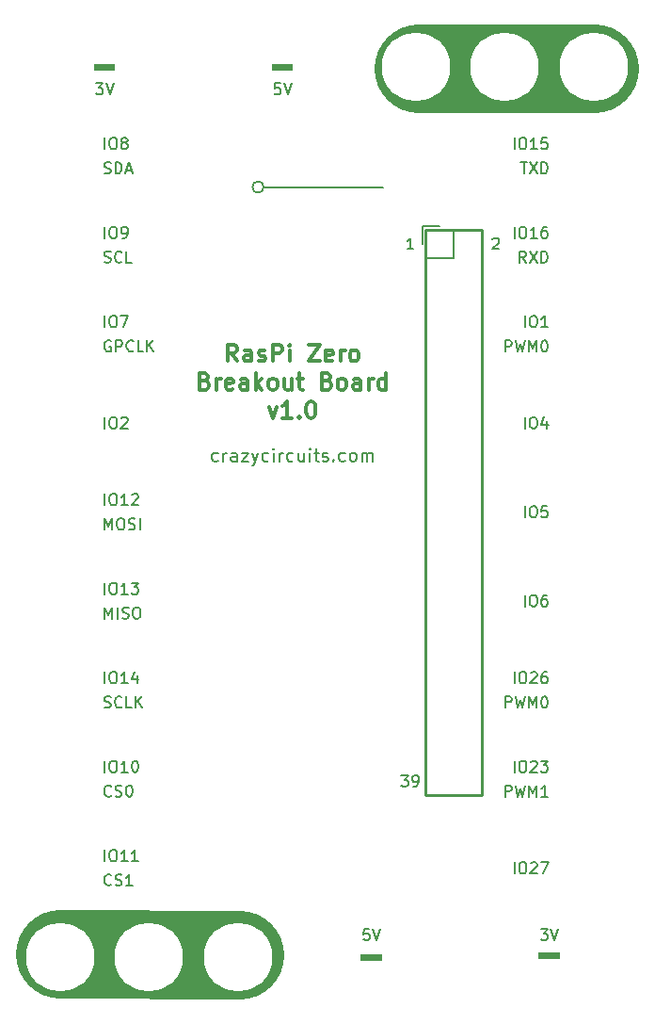
<source format=gto>
%TF.GenerationSoftware,KiCad,Pcbnew,4.0.7-e2-6376~58~ubuntu16.04.1*%
%TF.CreationDate,2018-05-12T15:05:11-07:00*%
%TF.ProjectId,7x11-RasPi-Zero-Breakout,377831312D52617350692D5A65726F2D,1.0*%
%TF.FileFunction,Legend,Top*%
%FSLAX46Y46*%
G04 Gerber Fmt 4.6, Leading zero omitted, Abs format (unit mm)*
G04 Created by KiCad (PCBNEW 4.0.7-e2-6376~58~ubuntu16.04.1) date Sat May 12 15:05:11 2018*
%MOMM*%
%LPD*%
G01*
G04 APERTURE LIST*
%ADD10C,0.350000*%
%ADD11C,0.177800*%
%ADD12C,0.300000*%
%ADD13C,0.152400*%
%ADD14C,8.000000*%
%ADD15C,0.600000*%
%ADD16C,0.254000*%
%ADD17C,0.150000*%
%ADD18C,6.152400*%
%ADD19R,1.879600X1.879600*%
%ADD20O,1.879600X1.879600*%
G04 APERTURE END LIST*
D10*
D11*
X23504072Y-76408643D02*
X23395215Y-76463071D01*
X23177501Y-76463071D01*
X23068643Y-76408643D01*
X23014215Y-76354214D01*
X22959786Y-76245357D01*
X22959786Y-75918786D01*
X23014215Y-75809929D01*
X23068643Y-75755500D01*
X23177501Y-75701071D01*
X23395215Y-75701071D01*
X23504072Y-75755500D01*
X23993929Y-76463071D02*
X23993929Y-75701071D01*
X23993929Y-75918786D02*
X24048357Y-75809929D01*
X24102786Y-75755500D01*
X24211643Y-75701071D01*
X24320500Y-75701071D01*
X25191357Y-76463071D02*
X25191357Y-75864357D01*
X25136928Y-75755500D01*
X25028071Y-75701071D01*
X24810357Y-75701071D01*
X24701500Y-75755500D01*
X25191357Y-76408643D02*
X25082500Y-76463071D01*
X24810357Y-76463071D01*
X24701500Y-76408643D01*
X24647071Y-76299786D01*
X24647071Y-76190929D01*
X24701500Y-76082071D01*
X24810357Y-76027643D01*
X25082500Y-76027643D01*
X25191357Y-75973214D01*
X25626786Y-75701071D02*
X26225500Y-75701071D01*
X25626786Y-76463071D01*
X26225500Y-76463071D01*
X26552072Y-75701071D02*
X26824215Y-76463071D01*
X27096357Y-75701071D02*
X26824215Y-76463071D01*
X26715357Y-76735214D01*
X26660929Y-76789643D01*
X26552072Y-76844071D01*
X28021643Y-76408643D02*
X27912786Y-76463071D01*
X27695072Y-76463071D01*
X27586214Y-76408643D01*
X27531786Y-76354214D01*
X27477357Y-76245357D01*
X27477357Y-75918786D01*
X27531786Y-75809929D01*
X27586214Y-75755500D01*
X27695072Y-75701071D01*
X27912786Y-75701071D01*
X28021643Y-75755500D01*
X28511500Y-76463071D02*
X28511500Y-75701071D01*
X28511500Y-75320071D02*
X28457071Y-75374500D01*
X28511500Y-75428929D01*
X28565928Y-75374500D01*
X28511500Y-75320071D01*
X28511500Y-75428929D01*
X29055786Y-76463071D02*
X29055786Y-75701071D01*
X29055786Y-75918786D02*
X29110214Y-75809929D01*
X29164643Y-75755500D01*
X29273500Y-75701071D01*
X29382357Y-75701071D01*
X30253214Y-76408643D02*
X30144357Y-76463071D01*
X29926643Y-76463071D01*
X29817785Y-76408643D01*
X29763357Y-76354214D01*
X29708928Y-76245357D01*
X29708928Y-75918786D01*
X29763357Y-75809929D01*
X29817785Y-75755500D01*
X29926643Y-75701071D01*
X30144357Y-75701071D01*
X30253214Y-75755500D01*
X31232928Y-75701071D02*
X31232928Y-76463071D01*
X30743071Y-75701071D02*
X30743071Y-76299786D01*
X30797499Y-76408643D01*
X30906357Y-76463071D01*
X31069642Y-76463071D01*
X31178499Y-76408643D01*
X31232928Y-76354214D01*
X31777214Y-76463071D02*
X31777214Y-75701071D01*
X31777214Y-75320071D02*
X31722785Y-75374500D01*
X31777214Y-75428929D01*
X31831642Y-75374500D01*
X31777214Y-75320071D01*
X31777214Y-75428929D01*
X32158214Y-75701071D02*
X32593643Y-75701071D01*
X32321500Y-75320071D02*
X32321500Y-76299786D01*
X32375928Y-76408643D01*
X32484786Y-76463071D01*
X32593643Y-76463071D01*
X32920214Y-76408643D02*
X33029071Y-76463071D01*
X33246786Y-76463071D01*
X33355643Y-76408643D01*
X33410071Y-76299786D01*
X33410071Y-76245357D01*
X33355643Y-76136500D01*
X33246786Y-76082071D01*
X33083500Y-76082071D01*
X32974643Y-76027643D01*
X32920214Y-75918786D01*
X32920214Y-75864357D01*
X32974643Y-75755500D01*
X33083500Y-75701071D01*
X33246786Y-75701071D01*
X33355643Y-75755500D01*
X33899929Y-76354214D02*
X33954357Y-76408643D01*
X33899929Y-76463071D01*
X33845500Y-76408643D01*
X33899929Y-76354214D01*
X33899929Y-76463071D01*
X34934072Y-76408643D02*
X34825215Y-76463071D01*
X34607501Y-76463071D01*
X34498643Y-76408643D01*
X34444215Y-76354214D01*
X34389786Y-76245357D01*
X34389786Y-75918786D01*
X34444215Y-75809929D01*
X34498643Y-75755500D01*
X34607501Y-75701071D01*
X34825215Y-75701071D01*
X34934072Y-75755500D01*
X35587215Y-76463071D02*
X35478357Y-76408643D01*
X35423929Y-76354214D01*
X35369500Y-76245357D01*
X35369500Y-75918786D01*
X35423929Y-75809929D01*
X35478357Y-75755500D01*
X35587215Y-75701071D01*
X35750500Y-75701071D01*
X35859357Y-75755500D01*
X35913786Y-75809929D01*
X35968215Y-75918786D01*
X35968215Y-76245357D01*
X35913786Y-76354214D01*
X35859357Y-76408643D01*
X35750500Y-76463071D01*
X35587215Y-76463071D01*
X36458072Y-76463071D02*
X36458072Y-75701071D01*
X36458072Y-75809929D02*
X36512500Y-75755500D01*
X36621358Y-75701071D01*
X36784643Y-75701071D01*
X36893500Y-75755500D01*
X36947929Y-75864357D01*
X36947929Y-76463071D01*
X36947929Y-75864357D02*
X37002358Y-75755500D01*
X37111215Y-75701071D01*
X37274500Y-75701071D01*
X37383358Y-75755500D01*
X37437786Y-75864357D01*
X37437786Y-76463071D01*
D12*
X25226001Y-67470571D02*
X24726001Y-66756286D01*
X24368858Y-67470571D02*
X24368858Y-65970571D01*
X24940286Y-65970571D01*
X25083144Y-66042000D01*
X25154572Y-66113429D01*
X25226001Y-66256286D01*
X25226001Y-66470571D01*
X25154572Y-66613429D01*
X25083144Y-66684857D01*
X24940286Y-66756286D01*
X24368858Y-66756286D01*
X26511715Y-67470571D02*
X26511715Y-66684857D01*
X26440286Y-66542000D01*
X26297429Y-66470571D01*
X26011715Y-66470571D01*
X25868858Y-66542000D01*
X26511715Y-67399143D02*
X26368858Y-67470571D01*
X26011715Y-67470571D01*
X25868858Y-67399143D01*
X25797429Y-67256286D01*
X25797429Y-67113429D01*
X25868858Y-66970571D01*
X26011715Y-66899143D01*
X26368858Y-66899143D01*
X26511715Y-66827714D01*
X27154572Y-67399143D02*
X27297429Y-67470571D01*
X27583144Y-67470571D01*
X27726001Y-67399143D01*
X27797429Y-67256286D01*
X27797429Y-67184857D01*
X27726001Y-67042000D01*
X27583144Y-66970571D01*
X27368858Y-66970571D01*
X27226001Y-66899143D01*
X27154572Y-66756286D01*
X27154572Y-66684857D01*
X27226001Y-66542000D01*
X27368858Y-66470571D01*
X27583144Y-66470571D01*
X27726001Y-66542000D01*
X28440287Y-67470571D02*
X28440287Y-65970571D01*
X29011715Y-65970571D01*
X29154573Y-66042000D01*
X29226001Y-66113429D01*
X29297430Y-66256286D01*
X29297430Y-66470571D01*
X29226001Y-66613429D01*
X29154573Y-66684857D01*
X29011715Y-66756286D01*
X28440287Y-66756286D01*
X29940287Y-67470571D02*
X29940287Y-66470571D01*
X29940287Y-65970571D02*
X29868858Y-66042000D01*
X29940287Y-66113429D01*
X30011715Y-66042000D01*
X29940287Y-65970571D01*
X29940287Y-66113429D01*
X31654573Y-65970571D02*
X32654573Y-65970571D01*
X31654573Y-67470571D01*
X32654573Y-67470571D01*
X33797429Y-67399143D02*
X33654572Y-67470571D01*
X33368858Y-67470571D01*
X33226001Y-67399143D01*
X33154572Y-67256286D01*
X33154572Y-66684857D01*
X33226001Y-66542000D01*
X33368858Y-66470571D01*
X33654572Y-66470571D01*
X33797429Y-66542000D01*
X33868858Y-66684857D01*
X33868858Y-66827714D01*
X33154572Y-66970571D01*
X34511715Y-67470571D02*
X34511715Y-66470571D01*
X34511715Y-66756286D02*
X34583143Y-66613429D01*
X34654572Y-66542000D01*
X34797429Y-66470571D01*
X34940286Y-66470571D01*
X35654572Y-67470571D02*
X35511714Y-67399143D01*
X35440286Y-67327714D01*
X35368857Y-67184857D01*
X35368857Y-66756286D01*
X35440286Y-66613429D01*
X35511714Y-66542000D01*
X35654572Y-66470571D01*
X35868857Y-66470571D01*
X36011714Y-66542000D01*
X36083143Y-66613429D01*
X36154572Y-66756286D01*
X36154572Y-67184857D01*
X36083143Y-67327714D01*
X36011714Y-67399143D01*
X35868857Y-67470571D01*
X35654572Y-67470571D01*
X22333143Y-69234857D02*
X22547429Y-69306286D01*
X22618857Y-69377714D01*
X22690286Y-69520571D01*
X22690286Y-69734857D01*
X22618857Y-69877714D01*
X22547429Y-69949143D01*
X22404571Y-70020571D01*
X21833143Y-70020571D01*
X21833143Y-68520571D01*
X22333143Y-68520571D01*
X22476000Y-68592000D01*
X22547429Y-68663429D01*
X22618857Y-68806286D01*
X22618857Y-68949143D01*
X22547429Y-69092000D01*
X22476000Y-69163429D01*
X22333143Y-69234857D01*
X21833143Y-69234857D01*
X23333143Y-70020571D02*
X23333143Y-69020571D01*
X23333143Y-69306286D02*
X23404571Y-69163429D01*
X23476000Y-69092000D01*
X23618857Y-69020571D01*
X23761714Y-69020571D01*
X24833142Y-69949143D02*
X24690285Y-70020571D01*
X24404571Y-70020571D01*
X24261714Y-69949143D01*
X24190285Y-69806286D01*
X24190285Y-69234857D01*
X24261714Y-69092000D01*
X24404571Y-69020571D01*
X24690285Y-69020571D01*
X24833142Y-69092000D01*
X24904571Y-69234857D01*
X24904571Y-69377714D01*
X24190285Y-69520571D01*
X26190285Y-70020571D02*
X26190285Y-69234857D01*
X26118856Y-69092000D01*
X25975999Y-69020571D01*
X25690285Y-69020571D01*
X25547428Y-69092000D01*
X26190285Y-69949143D02*
X26047428Y-70020571D01*
X25690285Y-70020571D01*
X25547428Y-69949143D01*
X25475999Y-69806286D01*
X25475999Y-69663429D01*
X25547428Y-69520571D01*
X25690285Y-69449143D01*
X26047428Y-69449143D01*
X26190285Y-69377714D01*
X26904571Y-70020571D02*
X26904571Y-68520571D01*
X27047428Y-69449143D02*
X27475999Y-70020571D01*
X27475999Y-69020571D02*
X26904571Y-69592000D01*
X28333143Y-70020571D02*
X28190285Y-69949143D01*
X28118857Y-69877714D01*
X28047428Y-69734857D01*
X28047428Y-69306286D01*
X28118857Y-69163429D01*
X28190285Y-69092000D01*
X28333143Y-69020571D01*
X28547428Y-69020571D01*
X28690285Y-69092000D01*
X28761714Y-69163429D01*
X28833143Y-69306286D01*
X28833143Y-69734857D01*
X28761714Y-69877714D01*
X28690285Y-69949143D01*
X28547428Y-70020571D01*
X28333143Y-70020571D01*
X30118857Y-69020571D02*
X30118857Y-70020571D01*
X29476000Y-69020571D02*
X29476000Y-69806286D01*
X29547428Y-69949143D01*
X29690286Y-70020571D01*
X29904571Y-70020571D01*
X30047428Y-69949143D01*
X30118857Y-69877714D01*
X30618857Y-69020571D02*
X31190286Y-69020571D01*
X30833143Y-68520571D02*
X30833143Y-69806286D01*
X30904571Y-69949143D01*
X31047429Y-70020571D01*
X31190286Y-70020571D01*
X33333143Y-69234857D02*
X33547429Y-69306286D01*
X33618857Y-69377714D01*
X33690286Y-69520571D01*
X33690286Y-69734857D01*
X33618857Y-69877714D01*
X33547429Y-69949143D01*
X33404571Y-70020571D01*
X32833143Y-70020571D01*
X32833143Y-68520571D01*
X33333143Y-68520571D01*
X33476000Y-68592000D01*
X33547429Y-68663429D01*
X33618857Y-68806286D01*
X33618857Y-68949143D01*
X33547429Y-69092000D01*
X33476000Y-69163429D01*
X33333143Y-69234857D01*
X32833143Y-69234857D01*
X34547429Y-70020571D02*
X34404571Y-69949143D01*
X34333143Y-69877714D01*
X34261714Y-69734857D01*
X34261714Y-69306286D01*
X34333143Y-69163429D01*
X34404571Y-69092000D01*
X34547429Y-69020571D01*
X34761714Y-69020571D01*
X34904571Y-69092000D01*
X34976000Y-69163429D01*
X35047429Y-69306286D01*
X35047429Y-69734857D01*
X34976000Y-69877714D01*
X34904571Y-69949143D01*
X34761714Y-70020571D01*
X34547429Y-70020571D01*
X36333143Y-70020571D02*
X36333143Y-69234857D01*
X36261714Y-69092000D01*
X36118857Y-69020571D01*
X35833143Y-69020571D01*
X35690286Y-69092000D01*
X36333143Y-69949143D02*
X36190286Y-70020571D01*
X35833143Y-70020571D01*
X35690286Y-69949143D01*
X35618857Y-69806286D01*
X35618857Y-69663429D01*
X35690286Y-69520571D01*
X35833143Y-69449143D01*
X36190286Y-69449143D01*
X36333143Y-69377714D01*
X37047429Y-70020571D02*
X37047429Y-69020571D01*
X37047429Y-69306286D02*
X37118857Y-69163429D01*
X37190286Y-69092000D01*
X37333143Y-69020571D01*
X37476000Y-69020571D01*
X38618857Y-70020571D02*
X38618857Y-68520571D01*
X38618857Y-69949143D02*
X38476000Y-70020571D01*
X38190286Y-70020571D01*
X38047428Y-69949143D01*
X37976000Y-69877714D01*
X37904571Y-69734857D01*
X37904571Y-69306286D01*
X37976000Y-69163429D01*
X38047428Y-69092000D01*
X38190286Y-69020571D01*
X38476000Y-69020571D01*
X38618857Y-69092000D01*
X28083144Y-71570571D02*
X28440287Y-72570571D01*
X28797429Y-71570571D01*
X30154572Y-72570571D02*
X29297429Y-72570571D01*
X29726001Y-72570571D02*
X29726001Y-71070571D01*
X29583144Y-71284857D01*
X29440286Y-71427714D01*
X29297429Y-71499143D01*
X30797429Y-72427714D02*
X30868857Y-72499143D01*
X30797429Y-72570571D01*
X30726000Y-72499143D01*
X30797429Y-72427714D01*
X30797429Y-72570571D01*
X31797429Y-71070571D02*
X31940286Y-71070571D01*
X32083143Y-71142000D01*
X32154572Y-71213429D01*
X32226001Y-71356286D01*
X32297429Y-71642000D01*
X32297429Y-71999143D01*
X32226001Y-72284857D01*
X32154572Y-72427714D01*
X32083143Y-72499143D01*
X31940286Y-72570571D01*
X31797429Y-72570571D01*
X31654572Y-72499143D01*
X31583143Y-72427714D01*
X31511715Y-72284857D01*
X31440286Y-71999143D01*
X31440286Y-71642000D01*
X31511715Y-71356286D01*
X31583143Y-71213429D01*
X31654572Y-71142000D01*
X31797429Y-71070571D01*
D13*
X27686000Y-51816000D02*
X38354000Y-51816000D01*
X27623433Y-51816000D02*
G75*
G03X27623433Y-51816000I-508933J0D01*
G01*
D14*
X25504000Y-120846000D02*
X9300000Y-120796000D01*
D15*
X33104000Y-121046000D02*
X41404000Y-121046000D01*
X8804000Y-41046000D02*
X17404000Y-41046000D01*
X49404000Y-120846000D02*
X57504000Y-120846000D01*
D16*
X47241162Y-106473394D02*
X42161162Y-106473394D01*
X42161162Y-106473394D02*
X42161162Y-55673394D01*
X42161162Y-55673394D02*
X47241162Y-55673394D01*
X47241162Y-55673394D02*
X47241162Y-106473394D01*
D17*
X47244000Y-106426000D02*
X47244000Y-55626000D01*
X42164000Y-58166000D02*
X42164000Y-106426000D01*
X47244000Y-106426000D02*
X42164000Y-106426000D01*
X47244000Y-55626000D02*
X44704000Y-55626000D01*
X43434000Y-55346000D02*
X41884000Y-55346000D01*
X44704000Y-55626000D02*
X44704000Y-58166000D01*
X44704000Y-58166000D02*
X42164000Y-58166000D01*
X41884000Y-55346000D02*
X41884000Y-56896000D01*
D15*
X24604000Y-41046000D02*
X33204000Y-41046000D01*
D14*
X41604000Y-41146000D02*
X57404000Y-41146000D01*
D17*
X41089715Y-57398381D02*
X40518286Y-57398381D01*
X40804000Y-57398381D02*
X40804000Y-56398381D01*
X40708762Y-56541238D01*
X40613524Y-56636476D01*
X40518286Y-56684095D01*
X13280191Y-50550762D02*
X13423048Y-50598381D01*
X13661144Y-50598381D01*
X13756382Y-50550762D01*
X13804001Y-50503143D01*
X13851620Y-50407905D01*
X13851620Y-50312667D01*
X13804001Y-50217429D01*
X13756382Y-50169810D01*
X13661144Y-50122190D01*
X13470667Y-50074571D01*
X13375429Y-50026952D01*
X13327810Y-49979333D01*
X13280191Y-49884095D01*
X13280191Y-49788857D01*
X13327810Y-49693619D01*
X13375429Y-49646000D01*
X13470667Y-49598381D01*
X13708763Y-49598381D01*
X13851620Y-49646000D01*
X14280191Y-50598381D02*
X14280191Y-49598381D01*
X14518286Y-49598381D01*
X14661144Y-49646000D01*
X14756382Y-49741238D01*
X14804001Y-49836476D01*
X14851620Y-50026952D01*
X14851620Y-50169810D01*
X14804001Y-50360286D01*
X14756382Y-50455524D01*
X14661144Y-50550762D01*
X14518286Y-50598381D01*
X14280191Y-50598381D01*
X15232572Y-50312667D02*
X15708763Y-50312667D01*
X15137334Y-50598381D02*
X15470667Y-49598381D01*
X15804001Y-50598381D01*
X13327810Y-48398381D02*
X13327810Y-47398381D01*
X13994476Y-47398381D02*
X14184953Y-47398381D01*
X14280191Y-47446000D01*
X14375429Y-47541238D01*
X14423048Y-47731714D01*
X14423048Y-48065048D01*
X14375429Y-48255524D01*
X14280191Y-48350762D01*
X14184953Y-48398381D01*
X13994476Y-48398381D01*
X13899238Y-48350762D01*
X13804000Y-48255524D01*
X13756381Y-48065048D01*
X13756381Y-47731714D01*
X13804000Y-47541238D01*
X13899238Y-47446000D01*
X13994476Y-47398381D01*
X14994476Y-47826952D02*
X14899238Y-47779333D01*
X14851619Y-47731714D01*
X14804000Y-47636476D01*
X14804000Y-47588857D01*
X14851619Y-47493619D01*
X14899238Y-47446000D01*
X14994476Y-47398381D01*
X15184953Y-47398381D01*
X15280191Y-47446000D01*
X15327810Y-47493619D01*
X15375429Y-47588857D01*
X15375429Y-47636476D01*
X15327810Y-47731714D01*
X15280191Y-47779333D01*
X15184953Y-47826952D01*
X14994476Y-47826952D01*
X14899238Y-47874571D01*
X14851619Y-47922190D01*
X14804000Y-48017429D01*
X14804000Y-48207905D01*
X14851619Y-48303143D01*
X14899238Y-48350762D01*
X14994476Y-48398381D01*
X15184953Y-48398381D01*
X15280191Y-48350762D01*
X15327810Y-48303143D01*
X15375429Y-48207905D01*
X15375429Y-48017429D01*
X15327810Y-47922190D01*
X15280191Y-47874571D01*
X15184953Y-47826952D01*
X12542095Y-42498381D02*
X13161143Y-42498381D01*
X12827809Y-42879333D01*
X12970667Y-42879333D01*
X13065905Y-42926952D01*
X13113524Y-42974571D01*
X13161143Y-43069810D01*
X13161143Y-43307905D01*
X13113524Y-43403143D01*
X13065905Y-43450762D01*
X12970667Y-43498381D01*
X12684952Y-43498381D01*
X12589714Y-43450762D01*
X12542095Y-43403143D01*
X13446857Y-42498381D02*
X13780190Y-43498381D01*
X14113524Y-42498381D01*
X29113524Y-42498381D02*
X28637333Y-42498381D01*
X28589714Y-42974571D01*
X28637333Y-42926952D01*
X28732571Y-42879333D01*
X28970667Y-42879333D01*
X29065905Y-42926952D01*
X29113524Y-42974571D01*
X29161143Y-43069810D01*
X29161143Y-43307905D01*
X29113524Y-43403143D01*
X29065905Y-43450762D01*
X28970667Y-43498381D01*
X28732571Y-43498381D01*
X28637333Y-43450762D01*
X28589714Y-43403143D01*
X29446857Y-42498381D02*
X29780190Y-43498381D01*
X30113524Y-42498381D01*
X52542095Y-118498381D02*
X53161143Y-118498381D01*
X52827809Y-118879333D01*
X52970667Y-118879333D01*
X53065905Y-118926952D01*
X53113524Y-118974571D01*
X53161143Y-119069810D01*
X53161143Y-119307905D01*
X53113524Y-119403143D01*
X53065905Y-119450762D01*
X52970667Y-119498381D01*
X52684952Y-119498381D01*
X52589714Y-119450762D01*
X52542095Y-119403143D01*
X53446857Y-118498381D02*
X53780190Y-119498381D01*
X54113524Y-118498381D01*
X13327810Y-56398381D02*
X13327810Y-55398381D01*
X13994476Y-55398381D02*
X14184953Y-55398381D01*
X14280191Y-55446000D01*
X14375429Y-55541238D01*
X14423048Y-55731714D01*
X14423048Y-56065048D01*
X14375429Y-56255524D01*
X14280191Y-56350762D01*
X14184953Y-56398381D01*
X13994476Y-56398381D01*
X13899238Y-56350762D01*
X13804000Y-56255524D01*
X13756381Y-56065048D01*
X13756381Y-55731714D01*
X13804000Y-55541238D01*
X13899238Y-55446000D01*
X13994476Y-55398381D01*
X14899238Y-56398381D02*
X15089714Y-56398381D01*
X15184953Y-56350762D01*
X15232572Y-56303143D01*
X15327810Y-56160286D01*
X15375429Y-55969810D01*
X15375429Y-55588857D01*
X15327810Y-55493619D01*
X15280191Y-55446000D01*
X15184953Y-55398381D01*
X14994476Y-55398381D01*
X14899238Y-55446000D01*
X14851619Y-55493619D01*
X14804000Y-55588857D01*
X14804000Y-55826952D01*
X14851619Y-55922190D01*
X14899238Y-55969810D01*
X14994476Y-56017429D01*
X15184953Y-56017429D01*
X15280191Y-55969810D01*
X15327810Y-55922190D01*
X15375429Y-55826952D01*
X13327810Y-64398381D02*
X13327810Y-63398381D01*
X13994476Y-63398381D02*
X14184953Y-63398381D01*
X14280191Y-63446000D01*
X14375429Y-63541238D01*
X14423048Y-63731714D01*
X14423048Y-64065048D01*
X14375429Y-64255524D01*
X14280191Y-64350762D01*
X14184953Y-64398381D01*
X13994476Y-64398381D01*
X13899238Y-64350762D01*
X13804000Y-64255524D01*
X13756381Y-64065048D01*
X13756381Y-63731714D01*
X13804000Y-63541238D01*
X13899238Y-63446000D01*
X13994476Y-63398381D01*
X14756381Y-63398381D02*
X15423048Y-63398381D01*
X14994476Y-64398381D01*
X13327810Y-73498381D02*
X13327810Y-72498381D01*
X13994476Y-72498381D02*
X14184953Y-72498381D01*
X14280191Y-72546000D01*
X14375429Y-72641238D01*
X14423048Y-72831714D01*
X14423048Y-73165048D01*
X14375429Y-73355524D01*
X14280191Y-73450762D01*
X14184953Y-73498381D01*
X13994476Y-73498381D01*
X13899238Y-73450762D01*
X13804000Y-73355524D01*
X13756381Y-73165048D01*
X13756381Y-72831714D01*
X13804000Y-72641238D01*
X13899238Y-72546000D01*
X13994476Y-72498381D01*
X14804000Y-72593619D02*
X14851619Y-72546000D01*
X14946857Y-72498381D01*
X15184953Y-72498381D01*
X15280191Y-72546000D01*
X15327810Y-72593619D01*
X15375429Y-72688857D01*
X15375429Y-72784095D01*
X15327810Y-72926952D01*
X14756381Y-73498381D01*
X15375429Y-73498381D01*
X13327810Y-80398381D02*
X13327810Y-79398381D01*
X13994476Y-79398381D02*
X14184953Y-79398381D01*
X14280191Y-79446000D01*
X14375429Y-79541238D01*
X14423048Y-79731714D01*
X14423048Y-80065048D01*
X14375429Y-80255524D01*
X14280191Y-80350762D01*
X14184953Y-80398381D01*
X13994476Y-80398381D01*
X13899238Y-80350762D01*
X13804000Y-80255524D01*
X13756381Y-80065048D01*
X13756381Y-79731714D01*
X13804000Y-79541238D01*
X13899238Y-79446000D01*
X13994476Y-79398381D01*
X15375429Y-80398381D02*
X14804000Y-80398381D01*
X15089714Y-80398381D02*
X15089714Y-79398381D01*
X14994476Y-79541238D01*
X14899238Y-79636476D01*
X14804000Y-79684095D01*
X15756381Y-79493619D02*
X15804000Y-79446000D01*
X15899238Y-79398381D01*
X16137334Y-79398381D01*
X16232572Y-79446000D01*
X16280191Y-79493619D01*
X16327810Y-79588857D01*
X16327810Y-79684095D01*
X16280191Y-79826952D01*
X15708762Y-80398381D01*
X16327810Y-80398381D01*
X13327810Y-88398381D02*
X13327810Y-87398381D01*
X13994476Y-87398381D02*
X14184953Y-87398381D01*
X14280191Y-87446000D01*
X14375429Y-87541238D01*
X14423048Y-87731714D01*
X14423048Y-88065048D01*
X14375429Y-88255524D01*
X14280191Y-88350762D01*
X14184953Y-88398381D01*
X13994476Y-88398381D01*
X13899238Y-88350762D01*
X13804000Y-88255524D01*
X13756381Y-88065048D01*
X13756381Y-87731714D01*
X13804000Y-87541238D01*
X13899238Y-87446000D01*
X13994476Y-87398381D01*
X15375429Y-88398381D02*
X14804000Y-88398381D01*
X15089714Y-88398381D02*
X15089714Y-87398381D01*
X14994476Y-87541238D01*
X14899238Y-87636476D01*
X14804000Y-87684095D01*
X15708762Y-87398381D02*
X16327810Y-87398381D01*
X15994476Y-87779333D01*
X16137334Y-87779333D01*
X16232572Y-87826952D01*
X16280191Y-87874571D01*
X16327810Y-87969810D01*
X16327810Y-88207905D01*
X16280191Y-88303143D01*
X16232572Y-88350762D01*
X16137334Y-88398381D01*
X15851619Y-88398381D01*
X15756381Y-88350762D01*
X15708762Y-88303143D01*
X13327810Y-96398381D02*
X13327810Y-95398381D01*
X13994476Y-95398381D02*
X14184953Y-95398381D01*
X14280191Y-95446000D01*
X14375429Y-95541238D01*
X14423048Y-95731714D01*
X14423048Y-96065048D01*
X14375429Y-96255524D01*
X14280191Y-96350762D01*
X14184953Y-96398381D01*
X13994476Y-96398381D01*
X13899238Y-96350762D01*
X13804000Y-96255524D01*
X13756381Y-96065048D01*
X13756381Y-95731714D01*
X13804000Y-95541238D01*
X13899238Y-95446000D01*
X13994476Y-95398381D01*
X15375429Y-96398381D02*
X14804000Y-96398381D01*
X15089714Y-96398381D02*
X15089714Y-95398381D01*
X14994476Y-95541238D01*
X14899238Y-95636476D01*
X14804000Y-95684095D01*
X16232572Y-95731714D02*
X16232572Y-96398381D01*
X15994476Y-95350762D02*
X15756381Y-96065048D01*
X16375429Y-96065048D01*
X13327810Y-104398381D02*
X13327810Y-103398381D01*
X13994476Y-103398381D02*
X14184953Y-103398381D01*
X14280191Y-103446000D01*
X14375429Y-103541238D01*
X14423048Y-103731714D01*
X14423048Y-104065048D01*
X14375429Y-104255524D01*
X14280191Y-104350762D01*
X14184953Y-104398381D01*
X13994476Y-104398381D01*
X13899238Y-104350762D01*
X13804000Y-104255524D01*
X13756381Y-104065048D01*
X13756381Y-103731714D01*
X13804000Y-103541238D01*
X13899238Y-103446000D01*
X13994476Y-103398381D01*
X15375429Y-104398381D02*
X14804000Y-104398381D01*
X15089714Y-104398381D02*
X15089714Y-103398381D01*
X14994476Y-103541238D01*
X14899238Y-103636476D01*
X14804000Y-103684095D01*
X15994476Y-103398381D02*
X16089715Y-103398381D01*
X16184953Y-103446000D01*
X16232572Y-103493619D01*
X16280191Y-103588857D01*
X16327810Y-103779333D01*
X16327810Y-104017429D01*
X16280191Y-104207905D01*
X16232572Y-104303143D01*
X16184953Y-104350762D01*
X16089715Y-104398381D01*
X15994476Y-104398381D01*
X15899238Y-104350762D01*
X15851619Y-104303143D01*
X15804000Y-104207905D01*
X15756381Y-104017429D01*
X15756381Y-103779333D01*
X15804000Y-103588857D01*
X15851619Y-103493619D01*
X15899238Y-103446000D01*
X15994476Y-103398381D01*
X13327810Y-112398381D02*
X13327810Y-111398381D01*
X13994476Y-111398381D02*
X14184953Y-111398381D01*
X14280191Y-111446000D01*
X14375429Y-111541238D01*
X14423048Y-111731714D01*
X14423048Y-112065048D01*
X14375429Y-112255524D01*
X14280191Y-112350762D01*
X14184953Y-112398381D01*
X13994476Y-112398381D01*
X13899238Y-112350762D01*
X13804000Y-112255524D01*
X13756381Y-112065048D01*
X13756381Y-111731714D01*
X13804000Y-111541238D01*
X13899238Y-111446000D01*
X13994476Y-111398381D01*
X15375429Y-112398381D02*
X14804000Y-112398381D01*
X15089714Y-112398381D02*
X15089714Y-111398381D01*
X14994476Y-111541238D01*
X14899238Y-111636476D01*
X14804000Y-111684095D01*
X16327810Y-112398381D02*
X15756381Y-112398381D01*
X16042095Y-112398381D02*
X16042095Y-111398381D01*
X15946857Y-111541238D01*
X15851619Y-111636476D01*
X15756381Y-111684095D01*
X13280191Y-58550762D02*
X13423048Y-58598381D01*
X13661144Y-58598381D01*
X13756382Y-58550762D01*
X13804001Y-58503143D01*
X13851620Y-58407905D01*
X13851620Y-58312667D01*
X13804001Y-58217429D01*
X13756382Y-58169810D01*
X13661144Y-58122190D01*
X13470667Y-58074571D01*
X13375429Y-58026952D01*
X13327810Y-57979333D01*
X13280191Y-57884095D01*
X13280191Y-57788857D01*
X13327810Y-57693619D01*
X13375429Y-57646000D01*
X13470667Y-57598381D01*
X13708763Y-57598381D01*
X13851620Y-57646000D01*
X14851620Y-58503143D02*
X14804001Y-58550762D01*
X14661144Y-58598381D01*
X14565906Y-58598381D01*
X14423048Y-58550762D01*
X14327810Y-58455524D01*
X14280191Y-58360286D01*
X14232572Y-58169810D01*
X14232572Y-58026952D01*
X14280191Y-57836476D01*
X14327810Y-57741238D01*
X14423048Y-57646000D01*
X14565906Y-57598381D01*
X14661144Y-57598381D01*
X14804001Y-57646000D01*
X14851620Y-57693619D01*
X15756382Y-58598381D02*
X15280191Y-58598381D01*
X15280191Y-57598381D01*
X13851620Y-65646000D02*
X13756382Y-65598381D01*
X13613525Y-65598381D01*
X13470667Y-65646000D01*
X13375429Y-65741238D01*
X13327810Y-65836476D01*
X13280191Y-66026952D01*
X13280191Y-66169810D01*
X13327810Y-66360286D01*
X13375429Y-66455524D01*
X13470667Y-66550762D01*
X13613525Y-66598381D01*
X13708763Y-66598381D01*
X13851620Y-66550762D01*
X13899239Y-66503143D01*
X13899239Y-66169810D01*
X13708763Y-66169810D01*
X14327810Y-66598381D02*
X14327810Y-65598381D01*
X14708763Y-65598381D01*
X14804001Y-65646000D01*
X14851620Y-65693619D01*
X14899239Y-65788857D01*
X14899239Y-65931714D01*
X14851620Y-66026952D01*
X14804001Y-66074571D01*
X14708763Y-66122190D01*
X14327810Y-66122190D01*
X15899239Y-66503143D02*
X15851620Y-66550762D01*
X15708763Y-66598381D01*
X15613525Y-66598381D01*
X15470667Y-66550762D01*
X15375429Y-66455524D01*
X15327810Y-66360286D01*
X15280191Y-66169810D01*
X15280191Y-66026952D01*
X15327810Y-65836476D01*
X15375429Y-65741238D01*
X15470667Y-65646000D01*
X15613525Y-65598381D01*
X15708763Y-65598381D01*
X15851620Y-65646000D01*
X15899239Y-65693619D01*
X16804001Y-66598381D02*
X16327810Y-66598381D01*
X16327810Y-65598381D01*
X17137334Y-66598381D02*
X17137334Y-65598381D01*
X17708763Y-66598381D02*
X17280191Y-66026952D01*
X17708763Y-65598381D02*
X17137334Y-66169810D01*
X13327810Y-82598381D02*
X13327810Y-81598381D01*
X13661144Y-82312667D01*
X13994477Y-81598381D01*
X13994477Y-82598381D01*
X14661143Y-81598381D02*
X14851620Y-81598381D01*
X14946858Y-81646000D01*
X15042096Y-81741238D01*
X15089715Y-81931714D01*
X15089715Y-82265048D01*
X15042096Y-82455524D01*
X14946858Y-82550762D01*
X14851620Y-82598381D01*
X14661143Y-82598381D01*
X14565905Y-82550762D01*
X14470667Y-82455524D01*
X14423048Y-82265048D01*
X14423048Y-81931714D01*
X14470667Y-81741238D01*
X14565905Y-81646000D01*
X14661143Y-81598381D01*
X15470667Y-82550762D02*
X15613524Y-82598381D01*
X15851620Y-82598381D01*
X15946858Y-82550762D01*
X15994477Y-82503143D01*
X16042096Y-82407905D01*
X16042096Y-82312667D01*
X15994477Y-82217429D01*
X15946858Y-82169810D01*
X15851620Y-82122190D01*
X15661143Y-82074571D01*
X15565905Y-82026952D01*
X15518286Y-81979333D01*
X15470667Y-81884095D01*
X15470667Y-81788857D01*
X15518286Y-81693619D01*
X15565905Y-81646000D01*
X15661143Y-81598381D01*
X15899239Y-81598381D01*
X16042096Y-81646000D01*
X16470667Y-82598381D02*
X16470667Y-81598381D01*
X13327810Y-90598381D02*
X13327810Y-89598381D01*
X13661144Y-90312667D01*
X13994477Y-89598381D01*
X13994477Y-90598381D01*
X14470667Y-90598381D02*
X14470667Y-89598381D01*
X14899238Y-90550762D02*
X15042095Y-90598381D01*
X15280191Y-90598381D01*
X15375429Y-90550762D01*
X15423048Y-90503143D01*
X15470667Y-90407905D01*
X15470667Y-90312667D01*
X15423048Y-90217429D01*
X15375429Y-90169810D01*
X15280191Y-90122190D01*
X15089714Y-90074571D01*
X14994476Y-90026952D01*
X14946857Y-89979333D01*
X14899238Y-89884095D01*
X14899238Y-89788857D01*
X14946857Y-89693619D01*
X14994476Y-89646000D01*
X15089714Y-89598381D01*
X15327810Y-89598381D01*
X15470667Y-89646000D01*
X16089714Y-89598381D02*
X16280191Y-89598381D01*
X16375429Y-89646000D01*
X16470667Y-89741238D01*
X16518286Y-89931714D01*
X16518286Y-90265048D01*
X16470667Y-90455524D01*
X16375429Y-90550762D01*
X16280191Y-90598381D01*
X16089714Y-90598381D01*
X15994476Y-90550762D01*
X15899238Y-90455524D01*
X15851619Y-90265048D01*
X15851619Y-89931714D01*
X15899238Y-89741238D01*
X15994476Y-89646000D01*
X16089714Y-89598381D01*
X13280191Y-98550762D02*
X13423048Y-98598381D01*
X13661144Y-98598381D01*
X13756382Y-98550762D01*
X13804001Y-98503143D01*
X13851620Y-98407905D01*
X13851620Y-98312667D01*
X13804001Y-98217429D01*
X13756382Y-98169810D01*
X13661144Y-98122190D01*
X13470667Y-98074571D01*
X13375429Y-98026952D01*
X13327810Y-97979333D01*
X13280191Y-97884095D01*
X13280191Y-97788857D01*
X13327810Y-97693619D01*
X13375429Y-97646000D01*
X13470667Y-97598381D01*
X13708763Y-97598381D01*
X13851620Y-97646000D01*
X14851620Y-98503143D02*
X14804001Y-98550762D01*
X14661144Y-98598381D01*
X14565906Y-98598381D01*
X14423048Y-98550762D01*
X14327810Y-98455524D01*
X14280191Y-98360286D01*
X14232572Y-98169810D01*
X14232572Y-98026952D01*
X14280191Y-97836476D01*
X14327810Y-97741238D01*
X14423048Y-97646000D01*
X14565906Y-97598381D01*
X14661144Y-97598381D01*
X14804001Y-97646000D01*
X14851620Y-97693619D01*
X15756382Y-98598381D02*
X15280191Y-98598381D01*
X15280191Y-97598381D01*
X16089715Y-98598381D02*
X16089715Y-97598381D01*
X16661144Y-98598381D02*
X16232572Y-98026952D01*
X16661144Y-97598381D02*
X16089715Y-98169810D01*
X13899239Y-106503143D02*
X13851620Y-106550762D01*
X13708763Y-106598381D01*
X13613525Y-106598381D01*
X13470667Y-106550762D01*
X13375429Y-106455524D01*
X13327810Y-106360286D01*
X13280191Y-106169810D01*
X13280191Y-106026952D01*
X13327810Y-105836476D01*
X13375429Y-105741238D01*
X13470667Y-105646000D01*
X13613525Y-105598381D01*
X13708763Y-105598381D01*
X13851620Y-105646000D01*
X13899239Y-105693619D01*
X14280191Y-106550762D02*
X14423048Y-106598381D01*
X14661144Y-106598381D01*
X14756382Y-106550762D01*
X14804001Y-106503143D01*
X14851620Y-106407905D01*
X14851620Y-106312667D01*
X14804001Y-106217429D01*
X14756382Y-106169810D01*
X14661144Y-106122190D01*
X14470667Y-106074571D01*
X14375429Y-106026952D01*
X14327810Y-105979333D01*
X14280191Y-105884095D01*
X14280191Y-105788857D01*
X14327810Y-105693619D01*
X14375429Y-105646000D01*
X14470667Y-105598381D01*
X14708763Y-105598381D01*
X14851620Y-105646000D01*
X15470667Y-105598381D02*
X15565906Y-105598381D01*
X15661144Y-105646000D01*
X15708763Y-105693619D01*
X15756382Y-105788857D01*
X15804001Y-105979333D01*
X15804001Y-106217429D01*
X15756382Y-106407905D01*
X15708763Y-106503143D01*
X15661144Y-106550762D01*
X15565906Y-106598381D01*
X15470667Y-106598381D01*
X15375429Y-106550762D01*
X15327810Y-106503143D01*
X15280191Y-106407905D01*
X15232572Y-106217429D01*
X15232572Y-105979333D01*
X15280191Y-105788857D01*
X15327810Y-105693619D01*
X15375429Y-105646000D01*
X15470667Y-105598381D01*
X13899239Y-114503143D02*
X13851620Y-114550762D01*
X13708763Y-114598381D01*
X13613525Y-114598381D01*
X13470667Y-114550762D01*
X13375429Y-114455524D01*
X13327810Y-114360286D01*
X13280191Y-114169810D01*
X13280191Y-114026952D01*
X13327810Y-113836476D01*
X13375429Y-113741238D01*
X13470667Y-113646000D01*
X13613525Y-113598381D01*
X13708763Y-113598381D01*
X13851620Y-113646000D01*
X13899239Y-113693619D01*
X14280191Y-114550762D02*
X14423048Y-114598381D01*
X14661144Y-114598381D01*
X14756382Y-114550762D01*
X14804001Y-114503143D01*
X14851620Y-114407905D01*
X14851620Y-114312667D01*
X14804001Y-114217429D01*
X14756382Y-114169810D01*
X14661144Y-114122190D01*
X14470667Y-114074571D01*
X14375429Y-114026952D01*
X14327810Y-113979333D01*
X14280191Y-113884095D01*
X14280191Y-113788857D01*
X14327810Y-113693619D01*
X14375429Y-113646000D01*
X14470667Y-113598381D01*
X14708763Y-113598381D01*
X14851620Y-113646000D01*
X15804001Y-114598381D02*
X15232572Y-114598381D01*
X15518286Y-114598381D02*
X15518286Y-113598381D01*
X15423048Y-113741238D01*
X15327810Y-113836476D01*
X15232572Y-113884095D01*
X49361144Y-98598381D02*
X49361144Y-97598381D01*
X49742097Y-97598381D01*
X49837335Y-97646000D01*
X49884954Y-97693619D01*
X49932573Y-97788857D01*
X49932573Y-97931714D01*
X49884954Y-98026952D01*
X49837335Y-98074571D01*
X49742097Y-98122190D01*
X49361144Y-98122190D01*
X50265906Y-97598381D02*
X50504001Y-98598381D01*
X50694478Y-97884095D01*
X50884954Y-98598381D01*
X51123049Y-97598381D01*
X51504001Y-98598381D02*
X51504001Y-97598381D01*
X51837335Y-98312667D01*
X52170668Y-97598381D01*
X52170668Y-98598381D01*
X52837334Y-97598381D02*
X52932573Y-97598381D01*
X53027811Y-97646000D01*
X53075430Y-97693619D01*
X53123049Y-97788857D01*
X53170668Y-97979333D01*
X53170668Y-98217429D01*
X53123049Y-98407905D01*
X53075430Y-98503143D01*
X53027811Y-98550762D01*
X52932573Y-98598381D01*
X52837334Y-98598381D01*
X52742096Y-98550762D01*
X52694477Y-98503143D01*
X52646858Y-98407905D01*
X52599239Y-98217429D01*
X52599239Y-97979333D01*
X52646858Y-97788857D01*
X52694477Y-97693619D01*
X52742096Y-97646000D01*
X52837334Y-97598381D01*
X49361144Y-106598381D02*
X49361144Y-105598381D01*
X49742097Y-105598381D01*
X49837335Y-105646000D01*
X49884954Y-105693619D01*
X49932573Y-105788857D01*
X49932573Y-105931714D01*
X49884954Y-106026952D01*
X49837335Y-106074571D01*
X49742097Y-106122190D01*
X49361144Y-106122190D01*
X50265906Y-105598381D02*
X50504001Y-106598381D01*
X50694478Y-105884095D01*
X50884954Y-106598381D01*
X51123049Y-105598381D01*
X51504001Y-106598381D02*
X51504001Y-105598381D01*
X51837335Y-106312667D01*
X52170668Y-105598381D01*
X52170668Y-106598381D01*
X53170668Y-106598381D02*
X52599239Y-106598381D01*
X52884953Y-106598381D02*
X52884953Y-105598381D01*
X52789715Y-105741238D01*
X52694477Y-105836476D01*
X52599239Y-105884095D01*
X51123049Y-89498381D02*
X51123049Y-88498381D01*
X51789715Y-88498381D02*
X51980192Y-88498381D01*
X52075430Y-88546000D01*
X52170668Y-88641238D01*
X52218287Y-88831714D01*
X52218287Y-89165048D01*
X52170668Y-89355524D01*
X52075430Y-89450762D01*
X51980192Y-89498381D01*
X51789715Y-89498381D01*
X51694477Y-89450762D01*
X51599239Y-89355524D01*
X51551620Y-89165048D01*
X51551620Y-88831714D01*
X51599239Y-88641238D01*
X51694477Y-88546000D01*
X51789715Y-88498381D01*
X53075430Y-88498381D02*
X52884953Y-88498381D01*
X52789715Y-88546000D01*
X52742096Y-88593619D01*
X52646858Y-88736476D01*
X52599239Y-88926952D01*
X52599239Y-89307905D01*
X52646858Y-89403143D01*
X52694477Y-89450762D01*
X52789715Y-89498381D01*
X52980192Y-89498381D01*
X53075430Y-89450762D01*
X53123049Y-89403143D01*
X53170668Y-89307905D01*
X53170668Y-89069810D01*
X53123049Y-88974571D01*
X53075430Y-88926952D01*
X52980192Y-88879333D01*
X52789715Y-88879333D01*
X52694477Y-88926952D01*
X52646858Y-88974571D01*
X52599239Y-89069810D01*
X50170668Y-96398381D02*
X50170668Y-95398381D01*
X50837334Y-95398381D02*
X51027811Y-95398381D01*
X51123049Y-95446000D01*
X51218287Y-95541238D01*
X51265906Y-95731714D01*
X51265906Y-96065048D01*
X51218287Y-96255524D01*
X51123049Y-96350762D01*
X51027811Y-96398381D01*
X50837334Y-96398381D01*
X50742096Y-96350762D01*
X50646858Y-96255524D01*
X50599239Y-96065048D01*
X50599239Y-95731714D01*
X50646858Y-95541238D01*
X50742096Y-95446000D01*
X50837334Y-95398381D01*
X51646858Y-95493619D02*
X51694477Y-95446000D01*
X51789715Y-95398381D01*
X52027811Y-95398381D01*
X52123049Y-95446000D01*
X52170668Y-95493619D01*
X52218287Y-95588857D01*
X52218287Y-95684095D01*
X52170668Y-95826952D01*
X51599239Y-96398381D01*
X52218287Y-96398381D01*
X53075430Y-95398381D02*
X52884953Y-95398381D01*
X52789715Y-95446000D01*
X52742096Y-95493619D01*
X52646858Y-95636476D01*
X52599239Y-95826952D01*
X52599239Y-96207905D01*
X52646858Y-96303143D01*
X52694477Y-96350762D01*
X52789715Y-96398381D01*
X52980192Y-96398381D01*
X53075430Y-96350762D01*
X53123049Y-96303143D01*
X53170668Y-96207905D01*
X53170668Y-95969810D01*
X53123049Y-95874571D01*
X53075430Y-95826952D01*
X52980192Y-95779333D01*
X52789715Y-95779333D01*
X52694477Y-95826952D01*
X52646858Y-95874571D01*
X52599239Y-95969810D01*
X50170668Y-104398381D02*
X50170668Y-103398381D01*
X50837334Y-103398381D02*
X51027811Y-103398381D01*
X51123049Y-103446000D01*
X51218287Y-103541238D01*
X51265906Y-103731714D01*
X51265906Y-104065048D01*
X51218287Y-104255524D01*
X51123049Y-104350762D01*
X51027811Y-104398381D01*
X50837334Y-104398381D01*
X50742096Y-104350762D01*
X50646858Y-104255524D01*
X50599239Y-104065048D01*
X50599239Y-103731714D01*
X50646858Y-103541238D01*
X50742096Y-103446000D01*
X50837334Y-103398381D01*
X51646858Y-103493619D02*
X51694477Y-103446000D01*
X51789715Y-103398381D01*
X52027811Y-103398381D01*
X52123049Y-103446000D01*
X52170668Y-103493619D01*
X52218287Y-103588857D01*
X52218287Y-103684095D01*
X52170668Y-103826952D01*
X51599239Y-104398381D01*
X52218287Y-104398381D01*
X52551620Y-103398381D02*
X53170668Y-103398381D01*
X52837334Y-103779333D01*
X52980192Y-103779333D01*
X53075430Y-103826952D01*
X53123049Y-103874571D01*
X53170668Y-103969810D01*
X53170668Y-104207905D01*
X53123049Y-104303143D01*
X53075430Y-104350762D01*
X52980192Y-104398381D01*
X52694477Y-104398381D01*
X52599239Y-104350762D01*
X52551620Y-104303143D01*
X50170668Y-48398381D02*
X50170668Y-47398381D01*
X50837334Y-47398381D02*
X51027811Y-47398381D01*
X51123049Y-47446000D01*
X51218287Y-47541238D01*
X51265906Y-47731714D01*
X51265906Y-48065048D01*
X51218287Y-48255524D01*
X51123049Y-48350762D01*
X51027811Y-48398381D01*
X50837334Y-48398381D01*
X50742096Y-48350762D01*
X50646858Y-48255524D01*
X50599239Y-48065048D01*
X50599239Y-47731714D01*
X50646858Y-47541238D01*
X50742096Y-47446000D01*
X50837334Y-47398381D01*
X52218287Y-48398381D02*
X51646858Y-48398381D01*
X51932572Y-48398381D02*
X51932572Y-47398381D01*
X51837334Y-47541238D01*
X51742096Y-47636476D01*
X51646858Y-47684095D01*
X53123049Y-47398381D02*
X52646858Y-47398381D01*
X52599239Y-47874571D01*
X52646858Y-47826952D01*
X52742096Y-47779333D01*
X52980192Y-47779333D01*
X53075430Y-47826952D01*
X53123049Y-47874571D01*
X53170668Y-47969810D01*
X53170668Y-48207905D01*
X53123049Y-48303143D01*
X53075430Y-48350762D01*
X52980192Y-48398381D01*
X52742096Y-48398381D01*
X52646858Y-48350762D01*
X52599239Y-48303143D01*
X51218287Y-58598381D02*
X50884953Y-58122190D01*
X50646858Y-58598381D02*
X50646858Y-57598381D01*
X51027811Y-57598381D01*
X51123049Y-57646000D01*
X51170668Y-57693619D01*
X51218287Y-57788857D01*
X51218287Y-57931714D01*
X51170668Y-58026952D01*
X51123049Y-58074571D01*
X51027811Y-58122190D01*
X50646858Y-58122190D01*
X51551620Y-57598381D02*
X52218287Y-58598381D01*
X52218287Y-57598381D02*
X51551620Y-58598381D01*
X52599239Y-58598381D02*
X52599239Y-57598381D01*
X52837334Y-57598381D01*
X52980192Y-57646000D01*
X53075430Y-57741238D01*
X53123049Y-57836476D01*
X53170668Y-58026952D01*
X53170668Y-58169810D01*
X53123049Y-58360286D01*
X53075430Y-58455524D01*
X52980192Y-58550762D01*
X52837334Y-58598381D01*
X52599239Y-58598381D01*
X50742096Y-49598381D02*
X51313525Y-49598381D01*
X51027810Y-50598381D02*
X51027810Y-49598381D01*
X51551620Y-49598381D02*
X52218287Y-50598381D01*
X52218287Y-49598381D02*
X51551620Y-50598381D01*
X52599239Y-50598381D02*
X52599239Y-49598381D01*
X52837334Y-49598381D01*
X52980192Y-49646000D01*
X53075430Y-49741238D01*
X53123049Y-49836476D01*
X53170668Y-50026952D01*
X53170668Y-50169810D01*
X53123049Y-50360286D01*
X53075430Y-50455524D01*
X52980192Y-50550762D01*
X52837334Y-50598381D01*
X52599239Y-50598381D01*
X50170668Y-56398381D02*
X50170668Y-55398381D01*
X50837334Y-55398381D02*
X51027811Y-55398381D01*
X51123049Y-55446000D01*
X51218287Y-55541238D01*
X51265906Y-55731714D01*
X51265906Y-56065048D01*
X51218287Y-56255524D01*
X51123049Y-56350762D01*
X51027811Y-56398381D01*
X50837334Y-56398381D01*
X50742096Y-56350762D01*
X50646858Y-56255524D01*
X50599239Y-56065048D01*
X50599239Y-55731714D01*
X50646858Y-55541238D01*
X50742096Y-55446000D01*
X50837334Y-55398381D01*
X52218287Y-56398381D02*
X51646858Y-56398381D01*
X51932572Y-56398381D02*
X51932572Y-55398381D01*
X51837334Y-55541238D01*
X51742096Y-55636476D01*
X51646858Y-55684095D01*
X53075430Y-55398381D02*
X52884953Y-55398381D01*
X52789715Y-55446000D01*
X52742096Y-55493619D01*
X52646858Y-55636476D01*
X52599239Y-55826952D01*
X52599239Y-56207905D01*
X52646858Y-56303143D01*
X52694477Y-56350762D01*
X52789715Y-56398381D01*
X52980192Y-56398381D01*
X53075430Y-56350762D01*
X53123049Y-56303143D01*
X53170668Y-56207905D01*
X53170668Y-55969810D01*
X53123049Y-55874571D01*
X53075430Y-55826952D01*
X52980192Y-55779333D01*
X52789715Y-55779333D01*
X52694477Y-55826952D01*
X52646858Y-55874571D01*
X52599239Y-55969810D01*
X49361144Y-66598381D02*
X49361144Y-65598381D01*
X49742097Y-65598381D01*
X49837335Y-65646000D01*
X49884954Y-65693619D01*
X49932573Y-65788857D01*
X49932573Y-65931714D01*
X49884954Y-66026952D01*
X49837335Y-66074571D01*
X49742097Y-66122190D01*
X49361144Y-66122190D01*
X50265906Y-65598381D02*
X50504001Y-66598381D01*
X50694478Y-65884095D01*
X50884954Y-66598381D01*
X51123049Y-65598381D01*
X51504001Y-66598381D02*
X51504001Y-65598381D01*
X51837335Y-66312667D01*
X52170668Y-65598381D01*
X52170668Y-66598381D01*
X52837334Y-65598381D02*
X52932573Y-65598381D01*
X53027811Y-65646000D01*
X53075430Y-65693619D01*
X53123049Y-65788857D01*
X53170668Y-65979333D01*
X53170668Y-66217429D01*
X53123049Y-66407905D01*
X53075430Y-66503143D01*
X53027811Y-66550762D01*
X52932573Y-66598381D01*
X52837334Y-66598381D01*
X52742096Y-66550762D01*
X52694477Y-66503143D01*
X52646858Y-66407905D01*
X52599239Y-66217429D01*
X52599239Y-65979333D01*
X52646858Y-65788857D01*
X52694477Y-65693619D01*
X52742096Y-65646000D01*
X52837334Y-65598381D01*
X51123049Y-64398381D02*
X51123049Y-63398381D01*
X51789715Y-63398381D02*
X51980192Y-63398381D01*
X52075430Y-63446000D01*
X52170668Y-63541238D01*
X52218287Y-63731714D01*
X52218287Y-64065048D01*
X52170668Y-64255524D01*
X52075430Y-64350762D01*
X51980192Y-64398381D01*
X51789715Y-64398381D01*
X51694477Y-64350762D01*
X51599239Y-64255524D01*
X51551620Y-64065048D01*
X51551620Y-63731714D01*
X51599239Y-63541238D01*
X51694477Y-63446000D01*
X51789715Y-63398381D01*
X53170668Y-64398381D02*
X52599239Y-64398381D01*
X52884953Y-64398381D02*
X52884953Y-63398381D01*
X52789715Y-63541238D01*
X52694477Y-63636476D01*
X52599239Y-63684095D01*
X51123049Y-73498381D02*
X51123049Y-72498381D01*
X51789715Y-72498381D02*
X51980192Y-72498381D01*
X52075430Y-72546000D01*
X52170668Y-72641238D01*
X52218287Y-72831714D01*
X52218287Y-73165048D01*
X52170668Y-73355524D01*
X52075430Y-73450762D01*
X51980192Y-73498381D01*
X51789715Y-73498381D01*
X51694477Y-73450762D01*
X51599239Y-73355524D01*
X51551620Y-73165048D01*
X51551620Y-72831714D01*
X51599239Y-72641238D01*
X51694477Y-72546000D01*
X51789715Y-72498381D01*
X53075430Y-72831714D02*
X53075430Y-73498381D01*
X52837334Y-72450762D02*
X52599239Y-73165048D01*
X53218287Y-73165048D01*
X51123049Y-81498381D02*
X51123049Y-80498381D01*
X51789715Y-80498381D02*
X51980192Y-80498381D01*
X52075430Y-80546000D01*
X52170668Y-80641238D01*
X52218287Y-80831714D01*
X52218287Y-81165048D01*
X52170668Y-81355524D01*
X52075430Y-81450762D01*
X51980192Y-81498381D01*
X51789715Y-81498381D01*
X51694477Y-81450762D01*
X51599239Y-81355524D01*
X51551620Y-81165048D01*
X51551620Y-80831714D01*
X51599239Y-80641238D01*
X51694477Y-80546000D01*
X51789715Y-80498381D01*
X53123049Y-80498381D02*
X52646858Y-80498381D01*
X52599239Y-80974571D01*
X52646858Y-80926952D01*
X52742096Y-80879333D01*
X52980192Y-80879333D01*
X53075430Y-80926952D01*
X53123049Y-80974571D01*
X53170668Y-81069810D01*
X53170668Y-81307905D01*
X53123049Y-81403143D01*
X53075430Y-81450762D01*
X52980192Y-81498381D01*
X52742096Y-81498381D01*
X52646858Y-81450762D01*
X52599239Y-81403143D01*
X50170668Y-113498381D02*
X50170668Y-112498381D01*
X50837334Y-112498381D02*
X51027811Y-112498381D01*
X51123049Y-112546000D01*
X51218287Y-112641238D01*
X51265906Y-112831714D01*
X51265906Y-113165048D01*
X51218287Y-113355524D01*
X51123049Y-113450762D01*
X51027811Y-113498381D01*
X50837334Y-113498381D01*
X50742096Y-113450762D01*
X50646858Y-113355524D01*
X50599239Y-113165048D01*
X50599239Y-112831714D01*
X50646858Y-112641238D01*
X50742096Y-112546000D01*
X50837334Y-112498381D01*
X51646858Y-112593619D02*
X51694477Y-112546000D01*
X51789715Y-112498381D01*
X52027811Y-112498381D01*
X52123049Y-112546000D01*
X52170668Y-112593619D01*
X52218287Y-112688857D01*
X52218287Y-112784095D01*
X52170668Y-112926952D01*
X51599239Y-113498381D01*
X52218287Y-113498381D01*
X52551620Y-112498381D02*
X53218287Y-112498381D01*
X52789715Y-113498381D01*
X37113524Y-118498381D02*
X36637333Y-118498381D01*
X36589714Y-118974571D01*
X36637333Y-118926952D01*
X36732571Y-118879333D01*
X36970667Y-118879333D01*
X37065905Y-118926952D01*
X37113524Y-118974571D01*
X37161143Y-119069810D01*
X37161143Y-119307905D01*
X37113524Y-119403143D01*
X37065905Y-119450762D01*
X36970667Y-119498381D01*
X36732571Y-119498381D01*
X36637333Y-119450762D01*
X36589714Y-119403143D01*
X37446857Y-118498381D02*
X37780190Y-119498381D01*
X38113524Y-118498381D01*
X48218286Y-56493619D02*
X48265905Y-56446000D01*
X48361143Y-56398381D01*
X48599239Y-56398381D01*
X48694477Y-56446000D01*
X48742096Y-56493619D01*
X48789715Y-56588857D01*
X48789715Y-56684095D01*
X48742096Y-56826952D01*
X48170667Y-57398381D01*
X48789715Y-57398381D01*
X39994476Y-104698381D02*
X40613524Y-104698381D01*
X40280190Y-105079333D01*
X40423048Y-105079333D01*
X40518286Y-105126952D01*
X40565905Y-105174571D01*
X40613524Y-105269810D01*
X40613524Y-105507905D01*
X40565905Y-105603143D01*
X40518286Y-105650762D01*
X40423048Y-105698381D01*
X40137333Y-105698381D01*
X40042095Y-105650762D01*
X39994476Y-105603143D01*
X41089714Y-105698381D02*
X41280190Y-105698381D01*
X41375429Y-105650762D01*
X41423048Y-105603143D01*
X41518286Y-105460286D01*
X41565905Y-105269810D01*
X41565905Y-104888857D01*
X41518286Y-104793619D01*
X41470667Y-104746000D01*
X41375429Y-104698381D01*
X41184952Y-104698381D01*
X41089714Y-104746000D01*
X41042095Y-104793619D01*
X40994476Y-104888857D01*
X40994476Y-105126952D01*
X41042095Y-105222190D01*
X41089714Y-105269810D01*
X41184952Y-105317429D01*
X41375429Y-105317429D01*
X41470667Y-105269810D01*
X41518286Y-105222190D01*
X41565905Y-105126952D01*
%LPC*%
D12*
X29960572Y-53621714D02*
X29889143Y-53693143D01*
X29674857Y-53764571D01*
X29532000Y-53764571D01*
X29317715Y-53693143D01*
X29174857Y-53550286D01*
X29103429Y-53407429D01*
X29032000Y-53121714D01*
X29032000Y-52907429D01*
X29103429Y-52621714D01*
X29174857Y-52478857D01*
X29317715Y-52336000D01*
X29532000Y-52264571D01*
X29674857Y-52264571D01*
X29889143Y-52336000D01*
X29960572Y-52407429D01*
X30603429Y-53764571D02*
X30603429Y-52264571D01*
X32174858Y-53764571D02*
X31674858Y-53050286D01*
X31317715Y-53764571D02*
X31317715Y-52264571D01*
X31889143Y-52264571D01*
X32032001Y-52336000D01*
X32103429Y-52407429D01*
X32174858Y-52550286D01*
X32174858Y-52764571D01*
X32103429Y-52907429D01*
X32032001Y-52978857D01*
X31889143Y-53050286D01*
X31317715Y-53050286D01*
X33674858Y-53621714D02*
X33603429Y-53693143D01*
X33389143Y-53764571D01*
X33246286Y-53764571D01*
X33032001Y-53693143D01*
X32889143Y-53550286D01*
X32817715Y-53407429D01*
X32746286Y-53121714D01*
X32746286Y-52907429D01*
X32817715Y-52621714D01*
X32889143Y-52478857D01*
X33032001Y-52336000D01*
X33246286Y-52264571D01*
X33389143Y-52264571D01*
X33603429Y-52336000D01*
X33674858Y-52407429D01*
X34317715Y-52264571D02*
X34317715Y-53478857D01*
X34389143Y-53621714D01*
X34460572Y-53693143D01*
X34603429Y-53764571D01*
X34889143Y-53764571D01*
X35032001Y-53693143D01*
X35103429Y-53621714D01*
X35174858Y-53478857D01*
X35174858Y-52264571D01*
X35889144Y-53764571D02*
X35889144Y-52264571D01*
X36389144Y-52264571D02*
X37246287Y-52264571D01*
X36817716Y-53764571D02*
X36817716Y-52264571D01*
X37674858Y-53693143D02*
X37889144Y-53764571D01*
X38246287Y-53764571D01*
X38389144Y-53693143D01*
X38460573Y-53621714D01*
X38532001Y-53478857D01*
X38532001Y-53336000D01*
X38460573Y-53193143D01*
X38389144Y-53121714D01*
X38246287Y-53050286D01*
X37960573Y-52978857D01*
X37817715Y-52907429D01*
X37746287Y-52836000D01*
X37674858Y-52693143D01*
X37674858Y-52550286D01*
X37746287Y-52407429D01*
X37817715Y-52336000D01*
X37960573Y-52264571D01*
X38317715Y-52264571D01*
X38532001Y-52336000D01*
X28956287Y-51081714D02*
X28884858Y-51153143D01*
X28670572Y-51224571D01*
X28527715Y-51224571D01*
X28313430Y-51153143D01*
X28170572Y-51010286D01*
X28099144Y-50867429D01*
X28027715Y-50581714D01*
X28027715Y-50367429D01*
X28099144Y-50081714D01*
X28170572Y-49938857D01*
X28313430Y-49796000D01*
X28527715Y-49724571D01*
X28670572Y-49724571D01*
X28884858Y-49796000D01*
X28956287Y-49867429D01*
X30456287Y-51224571D02*
X29956287Y-50510286D01*
X29599144Y-51224571D02*
X29599144Y-49724571D01*
X30170572Y-49724571D01*
X30313430Y-49796000D01*
X30384858Y-49867429D01*
X30456287Y-50010286D01*
X30456287Y-50224571D01*
X30384858Y-50367429D01*
X30313430Y-50438857D01*
X30170572Y-50510286D01*
X29599144Y-50510286D01*
X31027715Y-50796000D02*
X31742001Y-50796000D01*
X30884858Y-51224571D02*
X31384858Y-49724571D01*
X31884858Y-51224571D01*
X32242001Y-49724571D02*
X33242001Y-49724571D01*
X32242001Y-51224571D01*
X33242001Y-51224571D01*
X34099143Y-50510286D02*
X34099143Y-51224571D01*
X33599143Y-49724571D02*
X34099143Y-50510286D01*
X34599143Y-49724571D01*
D13*
X39370000Y-50609500D02*
X38227000Y-51562000D01*
X38036500Y-51562000D02*
X39370000Y-50609500D01*
X38989000Y-50736500D02*
X38036500Y-51562000D01*
X37909500Y-51498500D02*
X38989000Y-50736500D01*
X38798500Y-50800000D02*
X37909500Y-51498500D01*
X37655500Y-51562000D02*
X38798500Y-50800000D01*
X38481000Y-50927000D02*
X37655500Y-51562000D01*
X37528500Y-51498500D02*
X38481000Y-50927000D01*
X38290500Y-50927000D02*
X37528500Y-51498500D01*
X37528500Y-51371500D02*
X38290500Y-50927000D01*
X38036500Y-50927000D02*
X37528500Y-51371500D01*
X37465000Y-51244500D02*
X38036500Y-50927000D01*
X38036500Y-50736500D02*
X37465000Y-51244500D01*
X38036500Y-50609500D02*
X37401500Y-51117500D01*
X38163500Y-50419000D02*
X37338000Y-50990500D01*
X38163500Y-50292000D02*
X37338000Y-50863500D01*
D16*
X36322000Y-51498500D02*
X35687000Y-50609500D01*
D13*
X38227000Y-51625500D02*
X36258500Y-51625500D01*
X39814500Y-50482500D02*
X38227000Y-51625500D01*
X38036500Y-50927000D02*
X39814500Y-50482500D01*
X38354000Y-50038000D02*
X38036500Y-50927000D01*
X37274500Y-50736500D02*
X38354000Y-50038000D01*
X36449000Y-49276000D02*
X37274500Y-50800000D01*
X36512500Y-50673000D02*
X36449000Y-49276000D01*
X35433000Y-50419000D02*
X36512500Y-50673000D01*
X36258500Y-51625500D02*
X35433000Y-50419000D01*
D16*
X36512500Y-51498500D02*
X35877500Y-50609500D01*
X36703000Y-51498500D02*
X36131500Y-50673000D01*
X36830000Y-51498500D02*
X36385500Y-50736500D01*
X37084000Y-51498500D02*
X36639500Y-50673000D01*
X37274500Y-51498500D02*
X36703000Y-50419000D01*
X37465000Y-51498500D02*
X36576000Y-49784000D01*
X36639500Y-50482500D02*
X36576000Y-49657000D01*
D18*
X57304000Y-81046000D03*
X57303000Y-73046000D03*
X57303000Y-57046000D03*
X57303000Y-89046000D03*
X57303000Y-49046000D03*
X57303000Y-65046000D03*
X57304000Y-97046000D03*
X57304000Y-105046000D03*
X57303000Y-41046000D03*
X49304000Y-41046000D03*
X25304000Y-41046000D03*
X17304000Y-41046000D03*
X25304000Y-121046000D03*
X17304000Y-121046000D03*
X57303000Y-121046000D03*
X41304000Y-121046000D03*
X9304000Y-121046000D03*
X9304000Y-105046000D03*
X9304000Y-97046000D03*
X9304000Y-89046000D03*
X9304000Y-81046000D03*
X9304000Y-73046000D03*
X9304000Y-65046000D03*
X9304000Y-57046000D03*
X9304000Y-49046000D03*
X9304000Y-41046000D03*
X57304000Y-113046000D03*
X9304000Y-113046000D03*
X33304000Y-41046000D03*
X33304000Y-121046000D03*
X41304000Y-41046000D03*
X49304000Y-121046000D03*
D19*
X43434000Y-56896000D03*
D20*
X45974000Y-56896000D03*
X43434000Y-59436000D03*
X45974000Y-59436000D03*
X43434000Y-61976000D03*
X45974000Y-61976000D03*
X43434000Y-64516000D03*
X45974000Y-64516000D03*
X43434000Y-67056000D03*
X45974000Y-67056000D03*
X43434000Y-69596000D03*
X45974000Y-69596000D03*
X43434000Y-72136000D03*
X45974000Y-72136000D03*
X43434000Y-74676000D03*
X45974000Y-74676000D03*
X43434000Y-77216000D03*
X45974000Y-77216000D03*
X43434000Y-79756000D03*
X45974000Y-79756000D03*
X43434000Y-82296000D03*
X45974000Y-82296000D03*
X43434000Y-84836000D03*
X45974000Y-84836000D03*
X43434000Y-87376000D03*
X45974000Y-87376000D03*
X43434000Y-89916000D03*
X45974000Y-89916000D03*
X43434000Y-92456000D03*
X45974000Y-92456000D03*
X43434000Y-94996000D03*
X45974000Y-94996000D03*
X43434000Y-97536000D03*
X45974000Y-97536000D03*
X43434000Y-100076000D03*
X45974000Y-100076000D03*
X43434000Y-102616000D03*
X45974000Y-102616000D03*
X43434000Y-105156000D03*
X45974000Y-105156000D03*
M02*

</source>
